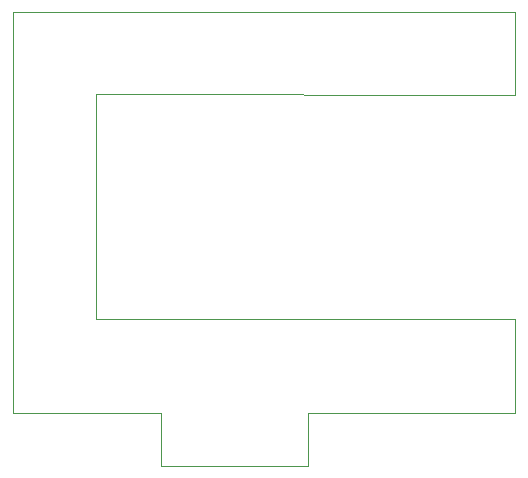
<source format=gbr>
%TF.GenerationSoftware,KiCad,Pcbnew,5.1.10-88a1d61d58~90~ubuntu20.04.1*%
%TF.CreationDate,2021-11-13T21:20:41-05:00*%
%TF.ProjectId,d1shield,64317368-6965-46c6-942e-6b696361645f,rev?*%
%TF.SameCoordinates,Original*%
%TF.FileFunction,Profile,NP*%
%FSLAX46Y46*%
G04 Gerber Fmt 4.6, Leading zero omitted, Abs format (unit mm)*
G04 Created by KiCad (PCBNEW 5.1.10-88a1d61d58~90~ubuntu20.04.1) date 2021-11-13 21:20:41*
%MOMM*%
%LPD*%
G01*
G04 APERTURE LIST*
%TA.AperFunction,Profile*%
%ADD10C,0.050000*%
%TD*%
G04 APERTURE END LIST*
D10*
X145500000Y-92000000D02*
X103000000Y-92000000D01*
X145500000Y-99100000D02*
X145500000Y-92000000D01*
X110000000Y-99000000D02*
X145500000Y-99100000D01*
X110000000Y-118000000D02*
X110000000Y-99000000D01*
X145500000Y-118000000D02*
X110000000Y-118000000D01*
X145500000Y-126000000D02*
X145500000Y-118000000D01*
X128000000Y-126000000D02*
X145500000Y-126000000D01*
X103000000Y-126000000D02*
X103000000Y-92000000D01*
X115500000Y-126000000D02*
X103000000Y-126000000D01*
X115500000Y-130500000D02*
X115500000Y-126000000D01*
X128000000Y-130500000D02*
X115500000Y-130500000D01*
X128000000Y-126000000D02*
X128000000Y-130500000D01*
M02*

</source>
